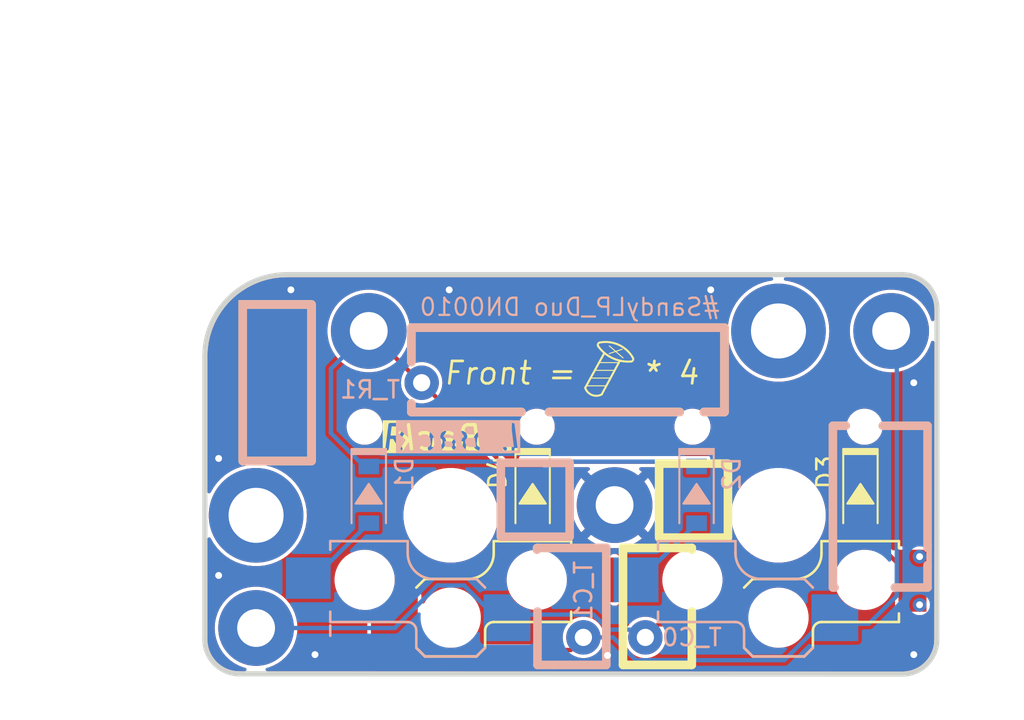
<source format=kicad_pcb>
(kicad_pcb (version 20240108) (generator "pcbnew") (generator_version "8.0")
  (title_block (title "Sandy") (date "2023-01-06") (rev "v.0") (company "@jpskenn"))
  (layers (0 "F.Cu" signal) (31 "B.Cu" signal) (34 "B.Paste" user) (35 "F.Paste" user) (36 "B.SilkS" user "B.Silkscreen") (37 "F.SilkS" user "F.Silkscreen") (38 "B.Mask" user) (39 "F.Mask" user) (44 "Edge.Cuts" user))
  (net 0 "")
  (net 1 "Net-(D1-A)")
  (net 2 "Net-(D2-A)")
  (net 3 "LR_Mid-ISO_row0")
  (net 4 "Net-(D3-A)")
  (net 5 "LR_Mid-ISO_col0")
  (net 6 "Net-(D4-A)")
  (net 7 "LR_Mid-ISO_col1")
  (net 8 "GND")
  (footprint "locallib:MountingHole_M2_Through-hole_tap_THC-0.8-x-2" (layer "F.Cu") (at 28.7975 49.62528)
    (property "Reference" "H5" (hide yes))
    (property "Value" "MountingHole")
    (pad "1" connect circle (at 0 0) (size 4.4 4.4) (layers "F.Cu" "F.Mask"))
    (pad "1" connect circle (at 0 0) (size 4.4 4.4) (layers "B.Cu" "B.Mask"))
    (pad "1" thru_hole circle (at 0 0) (size 5.5 5.5) (drill 3.2) (layers "*.Cu" "*.Mask"))
  )
  (footprint "locallib:D_SOD-123_Emphasized_Direction_Line" (layer "F.Cu") (at 44.870935 48.434655 -90)
    (property "Reference" "D4" (at -1.315625 2.040625 90) (layer "F.SilkS"))
    (property "Value" "D")
    (fp_line (start -2.35 1) (end 1.65 1) (stroke (width 0.12)) (layer "F.SilkS"))
    (fp_line (start -2.35 -1) (end 1.65 -1) (stroke (width 0.12)) (layer "F.SilkS"))
    (fp_rect (start -2.375 -1) (end -2.665 1) (stroke (width 0.12)) (fill solid) (layer "F.SilkS"))
    (fp_poly (pts (xy 0.508 0.762) (xy -0.635 0) (xy 0.508 -0.762)) (stroke (width 0.12)) (fill solid) (layer "F.SilkS"))
    (pad "1" smd rect (at -1.65 0 270) (size 0.9 1.2) (layers "F.Cu" "F.Paste" "F.Mask") (net 3 "LR_Mid-ISO_row0"))
    (pad "2" smd rect (at 1.65 0 270) (size 0.9 1.2) (layers "F.Cu" "F.Paste" "F.Mask") (net 6 "Net-(D4-A)"))
  )
  (footprint "locallib:SandyLPD_outline_Mid-ISO" (layer "F.Cu") (at 68.683435 59.15028)
    (property "Reference" "Cutout1" (hide yes))
    (property "Value" "60_Outline" (hide yes))
    (fp_line (start -42.8625 -2.314214) (end -42.8625 -18.750042) (stroke (width 0.3)) (layer "Edge.Cuts"))
    (fp_line (start -40.8625 -0.314214) (end -2.325 -0.3) (stroke (width 0.3)) (layer "Edge.Cuts"))
    (fp_line (start -38.1 -23.512542) (end -2.315 -23.512542) (stroke (width 0.3)) (layer "Edge.Cuts"))
    (fp_line (start -0.325 -2.3) (end -0.315 -21.512542) (stroke (width 0.3)) (layer "Edge.Cuts"))
    (fp_arc (start -42.8625 -18.750042) (mid -41.467596 -22.117638) (end -38.1 -23.512542) (stroke (width 0.3)) (layer "Edge.Cuts"))
    (fp_arc (start -40.8625 -0.314214) (mid -42.276714 -0.9) (end -42.8625 -2.314214) (stroke (width 0.3)) (layer "Edge.Cuts"))
    (fp_arc (start -2.315 -23.512542) (mid -0.900774 -22.926768) (end -0.315 -21.512542) (stroke (width 0.3)) (layer "Edge.Cuts"))
    (fp_arc (start -0.325 -2.3) (mid -0.910786 -0.885786) (end -2.325 -0.3) (stroke (width 0.3)) (layer "Edge.Cuts"))
  )
  (footprint "locallib:ICON_Screw_Medium" (layer "F.Cu") (at 49.233626 43.698514)
    (property "Reference" "REF**")
    (property "Value" "ICON_Screw_Medium")
    (fp_line (start -1.175 -1.6) (end -0.125 -1.6) (stroke (width 0.06)) (layer "F.SilkS"))
    (fp_line (start -0.925 -2.05) (end 0.125 -2.05) (stroke (width 0.06)) (layer "F.SilkS"))
    (fp_line (start -0.675 -2.5) (end 0.375 -2.5) (stroke (width 0.06)) (layer "F.SilkS"))
    (fp_line (start -0.45 -2.95) (end 0.6 -2.95) (stroke (width 0.06)) (layer "F.SilkS"))
    (fp_line (start -0.35 -1.1) (end 0.7 -3.05) (stroke (width 0.12)) (layer "F.SilkS"))
    (fp_line (start -0.2 -3.5) (end -1.3 -1.5) (stroke (width 0.12)) (layer "F.SilkS"))
    (fp_line (start 0.089799 -3.924953) (end 0.889799 -3.224953) (stroke (width 0.06)) (layer "F.SilkS"))
    (fp_line (start 0.839799 -3.724953) (end 0.089799 -3.474953) (stroke (width 0.06)) (layer "F.SilkS"))
    (fp_arc (start -0.52736 -3.867395) (mid -0.567992 -4.020371) (end -0.445 -4.119999) (stroke (width 0.12)) (layer "F.SilkS"))
    (fp_arc (start -0.445 -4.119999) (mid 0.638942 -3.98345) (end 1.451182 -3.252804) (stroke (width 0.12)) (layer "F.SilkS"))
    (fp_arc (start -0.35 -1.1) (mid -0.918136 -1.068963) (end -1.308578 -1.482842) (stroke (width 0.12)) (layer "F.SilkS"))
    (fp_arc (start 1.365506 -3.01351) (mid 0.289682 -3.206379) (end -0.554999 -3.900001) (stroke (width 0.12)) (layer "F.SilkS"))
    (fp_arc (start 1.447466 -3.249538) (mid 1.47525 -3.107646) (end 1.365506 -3.013511) (stroke (width 0.12)) (layer "F.SilkS"))
  )
  (footprint "locallib:MountingHole_M2_Through-hole_tap_THC-0.8-x-2" (layer "F.Cu") (at 59.158435 38.909656)
    (property "Reference" "H6" (hide yes))
    (property "Value" "MountingHole")
    (pad "1" connect circle (at 0 0) (size 4.4 4.4) (layers "F.Cu" "F.Mask"))
    (pad "1" connect circle (at 0 0) (size 4.4 4.4) (layers "B.Cu" "B.Mask"))
    (pad "1" thru_hole circle (at 0 0) (size 5.5 5.5) (drill 3.2) (layers "*.Cu" "*.Mask"))
  )
  (footprint "locallib:D_SOD-123_Emphasized_Direction_Line" (layer "F.Cu") (at 63.920935 48.434655 -90)
    (property "Reference" "D3" (at -1.315625 2.021875 90) (layer "F.SilkS"))
    (property "Value" "D")
    (fp_line (start -2.35 1) (end 1.65 1) (stroke (width 0.12)) (layer "F.SilkS"))
    (fp_line (start -2.35 -1) (end 1.65 -1) (stroke (width 0.12)) (layer "F.SilkS"))
    (fp_rect (start -2.375 -1) (end -2.665 1) (stroke (width 0.12)) (fill solid) (layer "F.SilkS"))
    (fp_poly (pts (xy 0.508 0.762) (xy -0.635 0) (xy 0.508 -0.762)) (stroke (width 0.12)) (fill solid) (layer "F.SilkS"))
    (pad "1" smd rect (at -1.65 0 270) (size 0.9 1.2) (layers "F.Cu" "F.Paste" "F.Mask") (net 3 "LR_Mid-ISO_row0"))
    (pad "2" smd rect (at 1.65 0 270) (size 0.9 1.2) (layers "F.Cu" "F.Paste" "F.Mask") (net 4 "Net-(D3-A)"))
  )
  (footprint "locallib:Kailh_socket_ChocV2_for_Reverse_narrow_#2pad" (layer "F.Cu") (at 40.108435 49.62528)
    (property "Reference" "SW_TAB1")
    (property "Value" "SW_Push")
    (fp_line (start -7 1.5) (end -7 2) (stroke (width 0.15)) (layer "B.SilkS"))
    (fp_line (start -7 5.6) (end -7 6.2) (stroke (width 0.15)) (layer "B.SilkS"))
    (fp_line (start -7 6.2) (end -2.5 6.2) (stroke (width 0.15)) (layer "B.SilkS"))
    (fp_line (start -2.5 1.5) (end -7 1.5) (stroke (width 0.15)) (layer "B.SilkS"))
    (fp_line (start -2.5 2.2) (end -2.5 1.5) (stroke (width 0.15)) (layer "B.SilkS"))
    (fp_line (start -2 6.7) (end -2 7.7) (stroke (width 0.15)) (layer "B.SilkS"))
    (fp_line (start -1.5 8.2) (end -2 7.7) (stroke (width 0.15)) (layer "B.SilkS"))
    (fp_line (start 1.5 3.7) (end -1 3.7) (stroke (width 0.15)) (layer "B.SilkS"))
    (fp_line (start 1.5 8.2) (end -1.5 8.2) (stroke (width 0.15)) (layer "B.SilkS"))
    (fp_line (start 2 4.2) (end 1.5 3.7) (stroke (width 0.15)) (layer "B.SilkS"))
    (fp_line (start 2 7.7) (end 1.5 8.2) (stroke (width 0.15)) (layer "B.SilkS"))
    (fp_arc (start -2.5 6.2) (mid -2.146447 6.346447) (end -2 6.7) (stroke (width 0.15)) (layer "B.SilkS"))
    (fp_arc (start -1 3.7) (mid -2.06066 3.26066) (end -2.5 2.2) (stroke (width 0.15)) (layer "B.SilkS"))
    (pad "" np_thru_hole circle (at -5 3.75) (size 3 3) (drill 3) (layers "*.Cu" "*.Mask"))
    (pad "" np_thru_hole circle (at 0 0) (size 5 5) (drill 5) (layers "*.Cu" "*.Mask"))
    (pad "" np_thru_hole circle (at 0 5.95) (size 3 3) (drill 3) (layers "*.Cu" "*.Mask"))
    (pad "" np_thru_hole circle (at 5 -5.15) (size 1.6 1.6) (drill 1.6) (layers "F&B.Cu" "*.Mask"))
    (pad "1" smd custom (at 2.8125 6.3) (size 1.675 1.9) (layers "B.Cu" "B.Paste" "B.Mask") (net 5 "LR_Mid-ISO_col0") (options (clearance outline) (anchor rect)) (primitives (gr_poly (pts (xy -0.8375 -1.65) (xy -0.8375 0.95) (xy 1.7625 0.95) (xy 1.7625 -0.78) (xy 1.3075 -0.93) (xy 0.8375 -1.28) (xy 0.5875 -1.65)) (width 0.12) (fill yes))))
    (pad "2" smd rect (at -8.275 3.65) (size 2.6 2.4) (layers "B.Cu" "B.Paste" "B.Mask") (net 1 "Net-(D1-A)"))
  )
  (footprint "locallib:Kailh_socket_ChocV2_for_Reverse" (layer "F.Cu") (at 59.158435 49.62528)
    (property "Reference" "SW_Q1")
    (property "Value" "SW_Push")
    (fp_line (start -7 1.5) (end -7 2) (stroke (width 0.15)) (layer "B.SilkS"))
    (fp_line (start -7 5.6) (end -7 6.2) (stroke (width 0.15)) (layer "B.SilkS"))
    (fp_line (start -7 6.2) (end -2.5 6.2) (stroke (width 0.15)) (layer "B.SilkS"))
    (fp_line (start -2.5 1.5) (end -7 1.5) (stroke (width 0.15)) (layer "B.SilkS"))
    (fp_line (start -2.5 2.2) (end -2.5 1.5) (stroke (width 0.15)) (layer "B.SilkS"))
    (fp_line (start -2 6.7) (end -2 7.7) (stroke (width 0.15)) (layer "B.SilkS"))
    (fp_line (start -1.5 8.2) (end -2 7.7) (stroke (width 0.15)) (layer "B.SilkS"))
    (fp_line (start 1.5 3.7) (end -1 3.7) (stroke (width 0.15)) (layer "B.SilkS"))
    (fp_line (start 1.5 8.2) (end -1.5 8.2) (stroke (width 0.15)) (layer "B.SilkS"))
    (fp_line (start 2 4.2) (end 1.5 3.7) (stroke (width 0.15)) (layer "B.SilkS"))
    (fp_line (start 2 7.7) (end 1.5 8.2) (stroke (width 0.15)) (layer "B.SilkS"))
    (fp_arc (start -2.5 6.2) (mid -2.146447 6.346447) (end -2 6.7) (stroke (width 0.15)) (layer "B.SilkS"))
    (fp_arc (start -1 3.7) (mid -2.06066 3.26066) (end -2.5 2.2) (stroke (width 0.15)) (layer "B.SilkS"))
    (pad "" np_thru_hole circle (at -5 3.75) (size 3 3) (drill 3) (layers "*.Cu" "*.Mask"))
    (pad "" np_thru_hole circle (at 0 0) (size 5 5) (drill 5) (layers "*.Cu" "*.Mask"))
    (pad "" np_thru_hole circle (at 0 5.95) (size 3 3) (drill 3) (layers "*.Cu" "*.Mask"))
    (pad "" np_thru_hole circle (at 5 -5.15) (size 1.6 1.6) (drill 1.6) (layers "F&B.Cu" "*.Mask"))
    (pad "1" smd custom (at 2.8125 6.3) (size 1.675 1.9) (layers "B.Cu" "B.Paste" "B.Mask") (net 7 "LR_Mid-ISO_col1") (options (clearance outline) (anchor rect)) (primitives (gr_poly (pts (xy -0.8375 -1.65) (xy -0.8375 0.95) (xy 1.7625 0.95) (xy 1.7625 -0.78) (xy 1.3075 -0.93) (xy 0.8375 -1.28) (xy 0.5875 -1.65)) (width 0.12) (fill yes))))
    (pad "2" smd rect (at -8.275 3.75) (size 2.6 2.6) (layers "B.Cu" "B.Paste" "B.Mask") (net 2 "Net-(D2-A)"))
  )
  (footprint "locallib:MountingHole_2.2mm_M2_Pad_minimal" (layer "B.Cu") (at 49.633435 49.029977 180)
    (property "Reference" "H4" (hide yes))
    (property "Value" "MountingHole")
    (pad "1" thru_hole circle (at 0 0 180) (size 4.4 4.4) (drill 2.2) (layers "*.Cu" "*.Mask") (net 8 "GND"))
  )
  (footprint "locallib:D_SOD-123_Emphasized_Direction_Line" (layer "B.Cu") (at 35.345935 48.434655 -90)
    (property "Reference" "D1" (at -1.215625 -2.075 90) (layer "B.SilkS") (effects (justify mirror)))
    (property "Value" "D")
    (fp_line (start 1.65 1) (end -2.35 1) (stroke (width 0.12)) (layer "B.SilkS"))
    (fp_line (start 1.65 -1) (end -2.35 -1) (stroke (width 0.12)) (layer "B.SilkS"))
    (fp_rect (start -2.665 -1) (end -2.375 1) (stroke (width 0.12)) (fill solid) (layer "B.SilkS"))
    (fp_poly (pts (xy 0.508 -0.762) (xy -0.635 0) (xy 0.508 0.762)) (stroke (width 0.12)) (fill solid) (layer "B.SilkS"))
    (pad "1" smd rect (at -1.65 0 270) (size 0.9 1.2) (layers "B.Cu" "B.Paste" "B.Mask") (net 3 "LR_Mid-ISO_row0"))
    (pad "2" smd rect (at 1.65 0 270) (size 0.9 1.2) (layers "B.Cu" "B.Paste" "B.Mask") (net 1 "Net-(D1-A)"))
  )
  (footprint "locallib:TestPoint_THTPad_D2.0mm_Drill1.0mm" (layer "B.Cu") (at 51.420935 56.71903 180)
    (property "Reference" "T_C0" (at -2.7 0 0) (layer "B.SilkS") (effects (justify mirror)))
    (property "Value" "Conn_01x01")
    (pad "1" thru_hole circle (at 0 0 180) (size 2 2) (drill 1) (layers "*.Cu" "*.Mask") (net 5 "LR_Mid-ISO_col0"))
  )
  (footprint "locallib:TestPoint_THTPad_D2.0mm_Drill1.0mm" (layer "B.Cu") (at 47.820935 56.71903 180)
    (property "Reference" "T_C1" (at 0 2.7 270) (layer "B.SilkS") (effects (justify mirror)))
    (property "Value" "Conn_01x01")
    (pad "1" thru_hole circle (at 0 0 180) (size 2 2) (drill 1) (layers "*.Cu" "*.Mask") (net 7 "LR_Mid-ISO_col1"))
  )
  (footprint "locallib:Kailh_socket_ChocV2_small_#2pad_for_Reverse_no_hole" (layer "B.Cu") (at 59.158435 49.62528 180)
    (property "Reference" "SW_P1")
    (property "Value" "SW_Push")
    (fp_line (start 1.5 -3.7) (end 2 -4.2) (stroke (width 0.15)) (layer "F.SilkS"))
    (fp_line (start 1.5 -8.2) (end 2 -7.7) (stroke (width 0.15)) (layer "F.SilkS"))
    (fp_line (start -1 -3.7) (end 1.5 -3.7) (stroke (width 0.15)) (layer "F.SilkS"))
    (fp_line (start -1.5 -8.2) (end 1.5 -8.2) (stroke (width 0.15)) (layer "F.SilkS"))
    (fp_line (start -2 -7.7) (end -1.5 -8.2) (stroke (width 0.15)) (layer "F.SilkS"))
    (fp_line (start -2 -7.7) (end -2 -6.7) (stroke (width 0.15)) (layer "F.SilkS"))
    (fp_line (start -2.5 -1.5) (end -2.5 -2.2) (stroke (width 0.15)) (layer "F.SilkS"))
    (fp_line (start -2.5 -6.2) (end -7 -6.2) (stroke (width 0.15)) (layer "F.SilkS"))
    (fp_line (start -7 -1.5) (end -2.5 -1.5) (stroke (width 0.15)) (layer "F.SilkS"))
    (fp_line (start -7 -1.9) (end -7 -1.5) (stroke (width 0.15)) (layer "F.SilkS"))
    (fp_line (start -7 -6.2) (end -7 -5.7) (stroke (width 0.15)) (layer "F.SilkS"))
    (fp_arc (start -2 -6.7) (mid -2.146447 -6.346447) (end -2.5 -6.2) (stroke (width 0.15)) (layer "F.SilkS"))
    (fp_arc (start -2.5 -2.2) (mid -2.06066 -3.26066) (end -1 -3.7) (stroke (width 0.15)) (layer "F.SilkS"))
    (pad "" np_thru_hole circle (at -5 -3.75 180) (size 3 3) (drill 3) (layers "*.Cu" "*.Mask"))
    (pad "" np_thru_hole circle (at 5 5.15 180) (size 1.6 1.6) (drill 1.6) (layers "F&B.Cu" "*.Mask"))
    (pad "1" smd custom (at 2.8 -6.3375 180) (size 1.65 1.825) (layers "F.Cu" "F.Paste" "F.Mask") (net 5 "LR_Mid-ISO_col0") (options (clearance outline) (anchor rect)) (primitives (gr_poly (pts (xy -0.825 1.6875) (xy 0.6 1.6875) (xy 0.85 1.3125) (xy 1.325 0.9625) (xy 1.775 0.8125) (xy 1.775 -0.9125) (xy -0.825 -0.9125)) (width 0.12) (fill yes))))
    (pad "2" thru_hole circle (at -8.2 -5.2 180) (size 0.8 0.8) (drill 0.4) (layers "*.Cu" "*.Mask") (net 4 "Net-(D3-A)"))
    (pad "2" thru_hole circle (at -8.2 -2.4 180) (size 0.8 0.8) (drill 0.4) (layers "*.Cu" "*.Mask") (net 4 "Net-(D3-A)"))
    (pad "2" smd rect (at -7.7875 -3.8 180) (size 1.625 3.6) (layers "F.Cu" "F.Paste" "F.Mask") (net 4 "Net-(D3-A)"))
  )
  (footprint "locallib:MountingHole_2.2mm_M2_Pad_minimal" (layer "B.Cu") (at 28.7975 56.173733 180)
    (property "Reference" "H2" (hide yes))
    (property "Value" "MountingHole")
    (pad "1" thru_hole circle (at 0 0 180) (size 4.4 4.4) (drill 2.2) (layers "*.Cu" "*.Mask") (net 5 "LR_Mid-ISO_col0"))
  )
  (footprint "locallib:MountingHole_2.2mm_M2_Pad_minimal" (layer "B.Cu") (at 65.706906 38.909656)
    (property "Reference" "H3" (hide yes))
    (property "Value" "MountingHole")
    (pad "1" thru_hole circle (at 0 0) (size 4.4 4.4) (drill 2.2) (layers "*.Cu" "*.Mask") (net 7 "LR_Mid-ISO_col1"))
  )
  (footprint "locallib:MountingHole_2.2mm_M2_Pad_minimal" (layer "B.Cu") (at 35.345943 38.909656)
    (property "Reference" "H1" (hide yes))
    (property "Value" "MountingHole")
    (pad "1" thru_hole circle (at 0 0) (size 4.4 4.4) (drill 2.2) (layers "*.Cu" "*.Mask") (net 3 "LR_Mid-ISO_row0"))
  )
  (footprint "locallib:TestPoint_THTPad_D2.0mm_Drill1.0mm" (layer "B.Cu") (at 38.420935 41.91903 180)
    (property "Reference" "T_R1" (at 3 -0.4 0) (layer "B.SilkS") (effects (justify mirror)))
    (property "Value" "Conn_01x01")
    (pad "1" thru_hole circle (at 0 0 180) (size 2 2) (drill 1) (layers "*.Cu" "*.Mask") (net 3 "LR_Mid-ISO_row0"))
  )
  (footprint "locallib:D_SOD-123_Emphasized_Direction_Line" (layer "B.Cu") (at 54.395935 48.434655 -90)
    (property "Reference" "D2" (at -1.215625 -2.040625 90) (layer "B.SilkS") (effects (justify mirror)))
    (property "Value" "D")
    (fp_line (start 1.65 1) (end -2.35 1) (stroke (width 0.12)) (layer "B.SilkS"))
    (fp_line (start 1.65 -1) (end -2.35 -1) (stroke (width 0.12)) (layer "B.SilkS"))
    (fp_rect (start -2.665 -1) (end -2.375 1) (stroke (width 0.12)) (fill solid) (layer "B.SilkS"))
    (fp_poly (pts (xy 0.508 -0.762) (xy -0.635 0) (xy 0.508 0.762)) (stroke (width 0.12)) (fill solid) (layer "B.SilkS"))
    (pad "1" smd rect (at -1.65 0 270) (size 0.9 1.2) (layers "B.Cu" "B.Paste" "B.Mask") (net 3 "LR_Mid-ISO_row0"))
    (pad "2" smd rect (at 1.65 0 270) (size 0.9 1.2) (layers "B.Cu" "B.Paste" "B.Mask") (net 2 "Net-(D2-A)"))
  )
  (footprint "locallib:Kailh_socket_ChocV2_for_Reverse_no_hole" (layer "B.Cu") (at 40.108435 49.62528 180)
    (property "Reference" "SW_BS1")
    (property "Value" "SW_Push")
    (fp_line (start 7 -7) (end 7 -6.4) (stroke (width 0.15)) (layer "B.SilkS"))
    (fp_line (start 1.5 -3.7) (end 2 -4.2) (stroke (width 0.15)) (layer "F.SilkS"))
    (fp_line (start 1.5 -8.2) (end 2 -7.7) (stroke (width 0.15)) (layer "F.SilkS"))
    (fp_line (start -1 -3.7) (end 1.5 -3.7) (stroke (width 0.15)) (layer "F.SilkS"))
    (fp_line (start -1.5 -8.2) (end 1.5 -8.2) (stroke (width 0.15)) (layer "F.SilkS"))
    (fp_line (start -2 -7.7) (end -1.5 -8.2) (stroke (width 0.15)) (layer "F.SilkS"))
    (fp_line (start -2 -7.7) (end -2 -6.7) (stroke (width 0.15)) (layer "F.SilkS"))
    (fp_line (start -2.5 -1.5) (end -2.5 -2.2) (stroke (width 0.15)) (layer "F.SilkS"))
    (fp_line (start -2.5 -6.2) (end -7 -6.2) (stroke (width 0.15)) (layer "F.SilkS"))
    (fp_line (start -7 -1.5) (end -2.5 -1.5) (stroke (width 0.15)) (layer "F.SilkS"))
    (fp_line (start -7 -2) (end -7 -1.5) (stroke (width 0.15)) (layer "F.SilkS"))
    (fp_line (start -7 -6.2) (end -7 -5.6) (stroke (width 0.15)) (layer "F.SilkS"))
    (fp_arc (start -2 -6.7) (mid -2.146447 -6.346447) (end -2.5 -6.2) (stroke (width 0.15)) (layer "F.SilkS"))
    (fp_arc (start -2.5 -2.2) (mid -2.06066 -3.26066) (end -1 -3.7) (stroke (width 0.15)) (layer "F.SilkS"))
    (pad "" np_thru_hole circle (at -5 -3.75 180) (size 3 3) (drill 3) (layers "*.Cu" "*.Mask"))
    (pad "" np_thru_hole circle (at 5 5.15 180) (size 1.6 1.6) (drill 1.6) (layers "F&B.Cu" "*.Mask"))
    (pad "1" smd custom (at 2.8125 -6.3 180) (size 1.675 1.9) (layers "F.Cu" "F.Paste" "F.Mask") (net 7 "LR_Mid-ISO_col1") (options (clearance outline) (anchor rect)) (primitives (gr_poly (pts (xy -0.8375 1.65) (xy -0.8375 -0.95) (xy 1.7625 -0.95) (xy 1.7625 0.78) (xy 1.3075 0.93) (xy 0.8375 1.28) (xy 0.5875 1.65)) (width 0.12) (fill yes))))
    (pad "2" smd rect (at -8.275 -3.75 180) (size 2.6 2.6) (layers "F.Cu" "F.Paste" "F.Mask") (net 6 "Net-(D4-A)"))
  )
  (gr_line (start 37.820935 40.71903) (end 37.820935 38.71903) (stroke (width 0.5)) (layer "B.SilkS"))
  (gr_line (start 37.820935 43.61903) (end 44.220935 43.61903) (stroke (width 0.5)) (layer "B.SilkS"))
  (gr_line (start 56.020935 38.71903) (end 37.820935 38.71903) (stroke (width 0.5)) (layer "B.SilkS"))
  (gr_rect (start 28.020935 37.36903) (end 32.020935 46.46903) (stroke (width 0.5)) (fill none) (layer "B.SilkS"))
  (gr_line (start 65.220935 44.41903) (end 67.820935 44.41903) (stroke (width 0.5)) (layer "B.SilkS"))
  (gr_line (start 67.820935 44.41903) (end 67.820935 51.51903) (stroke (width 0.5)) (layer "B.SilkS"))
  (gr_line (start 37.820935 43.11903) (end 37.820935 43.61903) (stroke (width 0.5)) (layer "B.SilkS"))
  (gr_line (start 45.150935 58.31903) (end 45.150935 55.21903) (stroke (width 0.5)) (layer "B.SilkS"))
  (gr_line (start 45.150935 58.31903) (end 49.150935 58.31903) (stroke (width 0.5)) (layer "B.SilkS"))
  (gr_line (start 67.920935 51.36903) (end 67.920935 52.66903) (stroke (width 0.3)) (layer "B.SilkS"))
  (gr_line (start 62.320935 53.81903) (end 62.320935 44.41903) (stroke (width 0.5)) (layer "B.SilkS"))
  (gr_line (start 45.820935 43.61903) (end 53.420935 43.61903) (stroke (width 0.5)) (layer "B.SilkS"))
  (gr_line (start 54.820935 43.61903) (end 56.020935 43.61903) (stroke (width 0.5)) (layer "B.SilkS"))
  (gr_line (start 49.150935 51.51903) (end 45.150935 51.51903) (stroke (width 0.5)) (layer "B.SilkS"))
  (gr_line (start 67.820935 53.81903) (end 65.920935 53.81903) (stroke (width 0.5)) (layer "B.SilkS"))
  (gr_line (start 56.020935 43.61903) (end 56.020935 38.71903) (stroke (width 0.5)) (layer "B.SilkS"))
  (gr_line (start 62.320935 44.41903) (end 63.070935 44.41903) (stroke (width 0.5)) (layer "B.SilkS"))
  (gr_rect (start 43.020935 46.56903) (end 47.020935 50.86903) (stroke (width 0.5)) (fill none) (layer "B.SilkS"))
  (gr_line (start 49.150935 58.31903) (end 49.150935 51.51903) (stroke (width 0.5)) (layer "B.SilkS"))
  (gr_line (start 62.420935 53.81903) (end 62.320935 53.81903) (stroke (width 0.5)) (layer "B.SilkS"))
  (gr_line (start 45.120935 51.61903) (end 45.120935 51.51903) (stroke (width 0.5)) (layer "B.SilkS"))
  (gr_line (start 67.820935 52.51903) (end 67.820935 53.81903) (stroke (width 0.5)) (layer "B.SilkS"))
  (gr_line (start 37.820935 40.71903) (end 37.820935 38.71903) (stroke (width 0.5)) (layer "F.SilkS"))
  (gr_line (start 54.820935 43.61903) (end 56.020935 43.61903) (stroke (width 0.5)) (layer "F.SilkS"))
  (gr_line (start 50.120935 51.51903) (end 54.120935 51.51903) (stroke (width 0.5)) (layer "F.SilkS"))
  (gr_line (start 45.820935 43.61903) (end 53.420935 43.61903) (stroke (width 0.5)) (layer "F.SilkS"))
  (gr_line (start 37.820935 43.61903) (end 44.220935 43.61903) (stroke (width 0.5)) (layer "F.SilkS"))
  (gr_rect (start 28.020935 37.36903) (end 32.020935 46.46903) (stroke (width 0.5)) (fill none) (layer "F.SilkS"))
  (gr_line (start 54.120935 58.31903) (end 54.120935 55.21903) (stroke (width 0.5)) (layer "F.SilkS"))
  (gr_line (start 50.120935 58.31903) (end 50.120935 51.51903) (stroke (width 0.5)) (layer "F.SilkS"))
  (gr_line (start 54.120935 51.61903) (end 54.120935 51.51903) (stroke (width 0.5)) (layer "F.SilkS"))
  (gr_line (start 56.020935 43.61903) (end 56.020935 38.71903) (stroke (width 0.5)) (layer "F.SilkS"))
  (gr_line (start 56.020935 38.71903) (end 37.820935 38.71903) (stroke (width 0.5)) (layer "F.SilkS"))
  (gr_line (start 37.820935 43.11903) (end 37.820935 43.61903) (stroke (width 0.5)) (layer "F.SilkS"))
  (gr_line (start 54.120935 58.31903) (end 50.120935 58.31903) (stroke (width 0.5)) (layer "F.SilkS"))
  (gr_rect (start 52.220935 46.61903) (end 56.220935 50.91903) (stroke (width 0.5)) (fill none) (layer "F.SilkS"))
  (gr_text "L Back" (at 40.620935 45.11903 0) (layer "B.SilkS" knockout) (effects (font (size 1.4 1.4) (thickness 0.2) (italic yes)) (justify mirror)))
  (gr_text "#SandyLP_Duo DN0010" (at 55.820935 37.51903 0) (layer "B.SilkS") (effects (font (size 1 1) (thickness 0.13)) (justify left mirror)))
  (gr_text "Front =    * 4" (at 47.120935 42.11903 0) (layer "F.SilkS") (effects (font (size 1.3 1.3) (thickness 0.16) (italic yes)) (justify bottom)))
  (gr_text "R Back" (at 39.820935 45.11903 0) (layer "F.SilkS" knockout) (effects (font (size 1.4 1.4) (thickness 0.2) (italic yes))))
  (segment (start 31.833435 53.27528) (end 32.15531 53.27528) (width 0.25) (layer "B.Cu") (net 1))
  (segment (start 32.15531 53.27528) (end 35.345935 50.084655) (width 0.25) (layer "B.Cu") (net 1))
  (segment (start 50.883435 53.37528) (end 51.10531 53.37528) (width 0.25) (layer "B.Cu") (net 2))
  (segment (start 51.10531 53.37528) (end 54.395935 50.084655) (width 0.25) (layer "B.Cu") (net 2))
  (segment (start 38.420935 41.91903) (end 43.28656 46.784655) (width 0.25) (layer "F.Cu") (net 3))
  (segment (start 45.150613 46.504977) (end 63.641257 46.504977) (width 0.25) (layer "F.Cu") (net 3))
  (segment (start 43.28656 46.784655) (end 44.870935 46.784655) (width 0.25) (layer "F.Cu") (net 3))
  (segment (start 35.345943 38.909656) (end 38.355317 41.91903) (width 0.25) (layer "F.Cu") (net 3))
  (segment (start 44.870935 46.784655) (end 45.150613 46.504977) (width 0.25) (layer "F.Cu") (net 3))
  (segment (start 38.355317 41.91903) (end 38.420935 41.91903) (width 0.25) (layer "F.Cu") (net 3))
  (segment (start 63.641257 46.504977) (end 63.920935 46.784655) (width 0.25) (layer "F.Cu") (net 3))
  (segment (start 33.145944 44.844039) (end 35.08656 46.784655) (width 0.25) (layer "B.Cu") (net 3))
  (segment (start 35.08656 46.784655) (end 35.345935 46.784655) (width 0.25) (layer "B.Cu") (net 3))
  (segment (start 54.116257 46.504977) (end 35.625613 46.504977) (width 0.25) (layer "B.Cu") (net 3))
  (segment (start 35.625613 46.504977) (end 35.345935 46.784655) (width 0.25) (layer "B.Cu") (net 3))
  (segment (start 54.395935 46.784655) (end 54.116257 46.504977) (width 0.25) (layer "B.Cu") (net 3))
  (segment (start 35.345943 38.909656) (end 33.145944 41.109655) (width 0.25) (layer "B.Cu") (net 3))
  (segment (start 33.145944 41.109655) (end 33.145944 44.844039) (width 0.25) (layer "B.Cu") (net 3))
  (segment (start 66.945935 53.42528) (end 66.945935 53.276843) (width 0.25) (layer "F.Cu") (net 4))
  (segment (start 66.945935 53.276843) (end 63.920935 50.251843) (width 0.25) (layer "F.Cu") (net 4))
  (segment (start 63.920935 50.251843) (end 63.920935 50.084655) (width 0.25) (layer "F.Cu") (net 4))
  (segment (start 52.177185 55.96278) (end 56.358435 55.96278) (width 0.25) (layer "F.Cu") (net 5))
  (segment (start 51.420935 56.71903) (end 52.177185 55.96278) (width 0.25) (layer "F.Cu") (net 5))
  (segment (start 48.405165 55.39403) (end 49.280165 56.26903) (width 0.25) (layer "B.Cu") (net 5))
  (segment (start 44.239685 55.39403) (end 48.405165 55.39403) (width 0.25) (layer "B.Cu") (net 5))
  (segment (start 43.314685 56.31903) (end 44.239685 55.39403) (width 0.25) (layer "B.Cu") (net 5))
  (segment (start 28.7975 56.173733) (end 36.858332 56.173733) (width 0.25) (layer "B.Cu") (net 5))
  (segment (start 36.858332 56.173733) (end 39.331785 53.70028) (width 0.25) (layer "B.Cu") (net 5))
  (segment (start 49.280165 56.26903) (end 50.970935 56.26903) (width 0.25) (layer "B.Cu") (net 5))
  (segment (start 39.331785 53.70028) (end 40.885085 53.70028) (width 0.25) (layer "B.Cu") (net 5))
  (segment (start 50.970935 56.26903) (end 51.420935 56.71903) (width 0.25) (layer "B.Cu") (net 5))
  (segment (start 40.885085 53.70028) (end 42.920935 55.73613) (width 0.25) (layer "B.Cu") (net 5))
  (segment (start 42.920935 55.73613) (end 42.920935 55.92528) (width 0.25) (layer "B.Cu") (net 5))
  (segment (start 48.383435 53.37528) (end 48.16156 53.37528) (width 0.25) (layer "F.Cu") (net 6))
  (segment (start 48.16156 53.37528) (end 44.870935 50.084655) (width 0.25) (layer "F.Cu") (net 6))
  (segment (start 37.295935 55.92528) (end 37.627185 55.92528) (width 0.25) (layer "F.Cu") (net 7))
  (segment (start 47.089685 57.45028) (end 47.820935 56.71903) (width 0.25) (layer "F.Cu") (net 7))
  (segment (start 39.152185 57.45028) (end 47.089685 57.45028) (width 0.25) (layer "F.Cu") (net 7))
  (segment (start 37.627185 55.92528) (end 39.152185 57.45028) (width 0.25) (layer "F.Cu") (net 7))
  (segment (start 59.495935 58.04403) (end 61.614685 55.92528) (width 0.25) (layer "B.Cu") (net 7))
  (segment (start 50.872102 58.04403) (end 59.495935 58.04403) (width 0.25) (layer "B.Cu") (net 7))
  (segment (start 49.547102 56.71903) (end 50.872102 58.04403) (width 0.25) (layer "B.Cu") (net 7))
  (segment (start 61.614685 55.92528) (end 61.970935 55.92528) (width 0.25) (layer "B.Cu") (net 7))
  (segment (start 47.820935 56.71903) (end 49.547102 56.71903) (width 0.25) (layer "B.Cu") (net 7))
  (segment (start 66.033435 54.30653) (end 64.414685 55.92528) (width 0.25) (layer "B.Cu") (net 7))
  (segment (start 64.414685 55.92528) (end 61.970935 55.92528) (width 0.25) (layer "B.Cu") (net 7))
  (segment (start 65.706906 38.909656) (end 66.033435 39.236185) (width 0.25) (layer "B.Cu") (net 7))
  (segment (start 66.033435 39.236185) (end 66.033435 54.30653) (width 0.25) (layer "B.Cu") (net 7))
  (via (at 55.220935 36.51903) (size 0.8) (drill 0.4) (layers "F.Cu" "B.Cu") (net 8))
  (via (at 30.820935 36.51903) (size 0.8) (drill 0.4) (layers "F.Cu" "B.Cu") (net 8))
  (via (at 26.620935 53.11903) (size 0.8) (drill 0.4) (layers "F.Cu" "B.Cu") (net 8))
  (via (at 26.620935 46.31903) (size 0.8) (drill 0.4) (layers "F.Cu" "B.Cu") (net 8))
  (via (at 67.020935 41.91903) (size 0.8) (drill 0.4) (layers "F.Cu" "B.Cu") (net 8))
  (via (at 49.220935 57.767038) (size 0.8) (drill 0.4) (layers "F.Cu" "B.Cu") (net 8))
  (via (at 32.220935 57.71903) (size 0.8) (drill 0.4) (layers "F.Cu" "B.Cu") (net 8))
  (via (at 40.020935 36.51903) (size 0.8) (drill 0.4) (layers "F.Cu" "B.Cu") (net 8))
  (via (at 67.020935 57.71903) (size 0.8) (drill 0.4) (layers "F.Cu" "B.Cu") (net 8))
  (zone (net 8) (net_name "GND") (layers "F&B.Cu") (connect_pads (clearance 0.2)) (min_thickness 0.2) (fill yes (thermal_gap 0.3) (thermal_bridge_width 0.5))
    (polygon (pts (xy 73.445935 61.53153) (xy 13.914685 61.53153) (xy 13.914685 21.05028) (xy 73.445935 21.05028)))
  )
)
</source>
